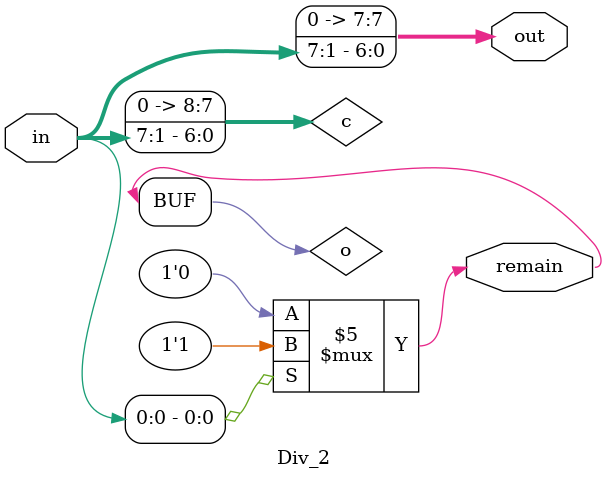
<source format=v>
module Arithmetic(
	input [3:0] X,
	input [3:0] Y,
	input [1:0] select,
	output [7:0] out,
	output LED
		);

		wire [3:0] addition, substraction;
		wire [7:0] multiplication, divison;
		wire LightADD, LightSUB, LightMUL, LightDIV;
		reg LEDT;
		wire [7:0] Z = {X,Y};
		
		Adder add(X, Y, addition, LightADD);
		Subtractor subt(X, Y, substraction, LightSUB);
		Mult_2 mult(Z, multiplication, LightMUL);
		Div_2 div(Z, divison, LightDIV);
		
		always @(select)
		begin
			case(select)
			0:LEDT = LightADD;
			1:LEDT = LightSUB;
			2:LEDT = LightMUL;
			3:LEDT = LightDIV;
			endcase
		end
		
		assign LED = LEDT;
		Multiplexer display(addition, substraction, multiplication, divison, select, out);	
		
		
endmodule 


module FullAdder(x, y, s, ci, co);
	input x, y, ci;
	output s, co;
	assign s=x^y^ci;
	assign co=x&y|x&ci|y&ci;	
endmodule 

module Adder(
	input [3:0] x,
	input [3:0] y,
	output [3:0] s,
	output c
	);

	wire carry[4:0];
	assign carry[0] = 0;
	genvar i;
	generate
		for(i=0; i<4; i = i + 1)
		begin:addbit
			FullAdder fOne(x[i],y[i],s[i], carry[i], carry[i+1]);
		end
	endgenerate 
	assign c = carry[4];
endmodule 

module Subtractor(
	input [3:0] A,
	input [3:0] B,
	output [3:0] out,
	output reg led
	);
	always @(A | B)
	begin
		if (B>A)
		begin
			led=1;
		end
		else
		begin
			led=0;
		end
	end

	wire [3:0] b;
	assign b = ~B + 1;

	assign out= A+ b;
endmodule

module Mult_2(in, out, carry);
	input [7:0] in;
	output [7:0] out;
	output carry;

	wire [8:0] c;
	reg o;

	assign c = in << 1;

	always @(in)
	begin
		if (in[7] == 1)
			begin
				o = 1;
			end
		else
			begin
				o = 0;
			end
	end
	assign out = c;
	assign carry = o;

endmodule

module Div_2(in, out, remain);
	input [7:0] in;
	output [7:0] out;
	output remain;

	wire [8:0] c;
	reg o;

	assign c = in >> 1;

	always @(in)
	begin
		if (in[0] == 1)
			begin
				o = 1;
			end
		else 
			begin 
				o = 0;
			end
	end
	assign out = c;
	assign remain = o;
endmodule 
</source>
